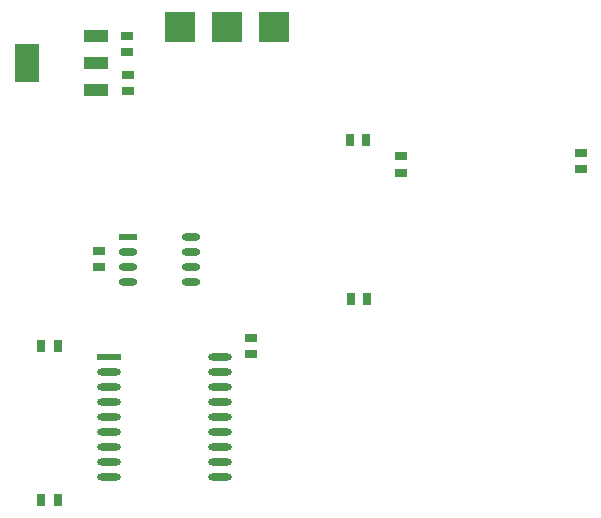
<source format=gtp>
G04 Layer_Color=8421504*
%FSLAX44Y44*%
%MOMM*%
G71*
G01*
G75*
%ADD10R,1.0000X0.7000*%
%ADD11R,0.7000X1.0000*%
%ADD12O,2.0000X0.6000*%
%ADD13R,2.0000X0.6000*%
%ADD14R,1.5500X0.6000*%
%ADD15O,1.5500X0.6000*%
%ADD16R,2.1500X3.2500*%
%ADD17R,2.1500X1.0000*%
%ADD18R,2.5000X2.5000*%
D10*
X1417000Y941000D02*
D03*
Y927000D02*
D03*
X1290000Y773000D02*
D03*
Y787000D02*
D03*
X1185000Y1043000D02*
D03*
Y1029000D02*
D03*
X1186000Y996000D02*
D03*
Y1010000D02*
D03*
X1570000Y930000D02*
D03*
Y944000D02*
D03*
X1162000Y847000D02*
D03*
Y861000D02*
D03*
D11*
X1375000Y820000D02*
D03*
X1389000D02*
D03*
X1113000Y650000D02*
D03*
X1127000D02*
D03*
X1113000Y780000D02*
D03*
X1127000D02*
D03*
X1374000Y955000D02*
D03*
X1388000D02*
D03*
D12*
X1264000Y669200D02*
D03*
Y681900D02*
D03*
Y694600D02*
D03*
Y707300D02*
D03*
Y720000D02*
D03*
Y732700D02*
D03*
Y745400D02*
D03*
Y758100D02*
D03*
Y770800D02*
D03*
X1170000Y669200D02*
D03*
Y681900D02*
D03*
Y694600D02*
D03*
Y707300D02*
D03*
Y720000D02*
D03*
Y732700D02*
D03*
Y745400D02*
D03*
Y758100D02*
D03*
D13*
Y770800D02*
D03*
D14*
X1186000Y872700D02*
D03*
D15*
Y860000D02*
D03*
Y847300D02*
D03*
Y834600D02*
D03*
X1240000Y872700D02*
D03*
Y860000D02*
D03*
Y847300D02*
D03*
Y834600D02*
D03*
D16*
X1100750Y1020000D02*
D03*
D17*
X1159250Y1043000D02*
D03*
Y1020000D02*
D03*
Y997000D02*
D03*
D18*
X1230000Y1050000D02*
D03*
X1310000D02*
D03*
X1270000D02*
D03*
M02*

</source>
